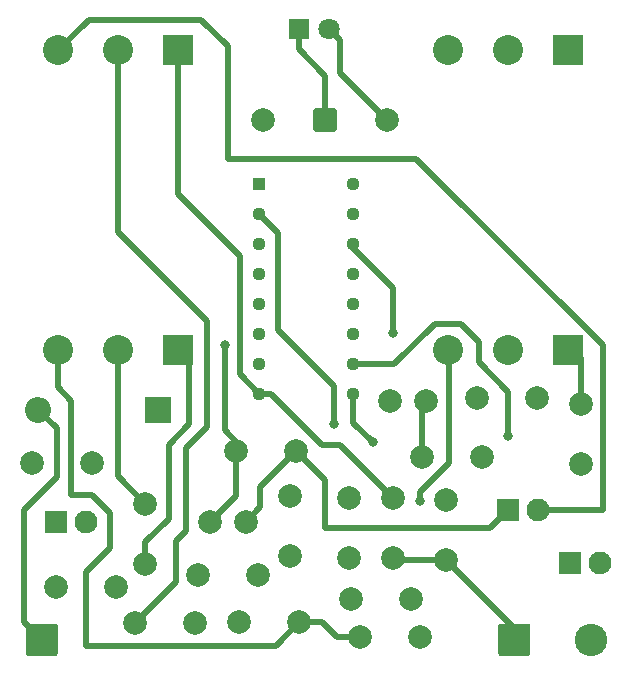
<source format=gbl>
%TF.GenerationSoftware,KiCad,Pcbnew,(5.1.6)-1*%
%TF.CreationDate,2021-04-19T00:14:33-04:00*%
%TF.ProjectId,fafnir-v2,6661666e-6972-42d7-9632-2e6b69636164,rev?*%
%TF.SameCoordinates,Original*%
%TF.FileFunction,Copper,L2,Bot*%
%TF.FilePolarity,Positive*%
%FSLAX46Y46*%
G04 Gerber Fmt 4.6, Leading zero omitted, Abs format (unit mm)*
G04 Created by KiCad (PCBNEW (5.1.6)-1) date 2021-04-19 00:14:33*
%MOMM*%
%LPD*%
G01*
G04 APERTURE LIST*
%TA.AperFunction,ComponentPad*%
%ADD10C,2.540000*%
%TD*%
%TA.AperFunction,ComponentPad*%
%ADD11R,2.540000X2.540000*%
%TD*%
%TA.AperFunction,ComponentPad*%
%ADD12C,2.000000*%
%TD*%
%TA.AperFunction,ComponentPad*%
%ADD13C,1.800000*%
%TD*%
%TA.AperFunction,ComponentPad*%
%ADD14R,1.800000X1.800000*%
%TD*%
%TA.AperFunction,ComponentPad*%
%ADD15C,2.750000*%
%TD*%
%TA.AperFunction,ComponentPad*%
%ADD16R,1.130000X1.130000*%
%TD*%
%TA.AperFunction,ComponentPad*%
%ADD17C,1.130000*%
%TD*%
%TA.AperFunction,ComponentPad*%
%ADD18R,2.200000X2.200000*%
%TD*%
%TA.AperFunction,ComponentPad*%
%ADD19O,2.200000X2.200000*%
%TD*%
%TA.AperFunction,ComponentPad*%
%ADD20R,1.930400X1.930400*%
%TD*%
%TA.AperFunction,ComponentPad*%
%ADD21C,1.930400*%
%TD*%
%TA.AperFunction,ViaPad*%
%ADD22C,0.800000*%
%TD*%
%TA.AperFunction,Conductor*%
%ADD23C,0.550000*%
%TD*%
G04 APERTURE END LIST*
D10*
X59620000Y-52100000D03*
X64700000Y-52100000D03*
D11*
X69780000Y-52100000D03*
D10*
X26620000Y-52100000D03*
X31700000Y-52100000D03*
D11*
X36780000Y-52100000D03*
X69780000Y-77500000D03*
D10*
X64700000Y-77500000D03*
X59620000Y-77500000D03*
X26620000Y-77500000D03*
X31700000Y-77500000D03*
D11*
X36780000Y-77500000D03*
D12*
X44000000Y-58000000D03*
D13*
X49540000Y-50250000D03*
D14*
X47000000Y-50250000D03*
%TA.AperFunction,ComponentPad*%
G36*
G01*
X63875000Y-103124750D02*
X63875000Y-100875250D01*
G75*
G02*
X64125250Y-100625000I250250J0D01*
G01*
X66374750Y-100625000D01*
G75*
G02*
X66625000Y-100875250I0J-250250D01*
G01*
X66625000Y-103124750D01*
G75*
G02*
X66374750Y-103375000I-250250J0D01*
G01*
X64125250Y-103375000D01*
G75*
G02*
X63875000Y-103124750I0J250250D01*
G01*
G37*
%TD.AperFunction*%
%TA.AperFunction,ComponentPad*%
G36*
G01*
X23875000Y-103124750D02*
X23875000Y-100875250D01*
G75*
G02*
X24125250Y-100625000I250250J0D01*
G01*
X26374750Y-100625000D01*
G75*
G02*
X26625000Y-100875250I0J-250250D01*
G01*
X26625000Y-103124750D01*
G75*
G02*
X26374750Y-103375000I-250250J0D01*
G01*
X24125250Y-103375000D01*
G75*
G02*
X23875000Y-103124750I0J250250D01*
G01*
G37*
%TD.AperFunction*%
D15*
X71750000Y-102000000D03*
D12*
X54500000Y-58000000D03*
%TA.AperFunction,ComponentPad*%
G36*
G01*
X50250000Y-57182000D02*
X50250000Y-58818000D01*
G75*
G02*
X50068000Y-59000000I-182000J0D01*
G01*
X48432000Y-59000000D01*
G75*
G02*
X48250000Y-58818000I0J182000D01*
G01*
X48250000Y-57182000D01*
G75*
G02*
X48432000Y-57000000I182000J0D01*
G01*
X50068000Y-57000000D01*
G75*
G02*
X50250000Y-57182000I0J-182000D01*
G01*
G37*
%TD.AperFunction*%
X51300000Y-95040000D03*
X51300000Y-89960000D03*
X52210000Y-101750000D03*
X57290000Y-101750000D03*
X46250000Y-89860000D03*
X46250000Y-94940000D03*
X38200000Y-100600000D03*
X33120000Y-100600000D03*
X55000000Y-89960000D03*
X55000000Y-95040000D03*
X59500000Y-95250000D03*
X59500000Y-90170000D03*
X62120000Y-81500000D03*
X67200000Y-81500000D03*
X24460000Y-87000000D03*
X29540000Y-87000000D03*
X41710000Y-86000000D03*
X46790000Y-86000000D03*
D16*
X43660000Y-63400000D03*
D17*
X43660000Y-65940000D03*
X43660000Y-68480000D03*
X43660000Y-71020000D03*
X43660000Y-73560000D03*
X43660000Y-76100000D03*
X43660000Y-78640000D03*
X43660000Y-81180000D03*
X51600000Y-81180000D03*
X51600000Y-78640000D03*
X51600000Y-76100000D03*
X51600000Y-73560000D03*
X51600000Y-71020000D03*
X51600000Y-68480000D03*
X51600000Y-65940000D03*
X51600000Y-63400000D03*
D18*
X35060000Y-82500000D03*
D19*
X24900000Y-82500000D03*
D20*
X69980000Y-95500000D03*
D21*
X72520000Y-95500000D03*
D12*
X70900000Y-82000000D03*
X70900000Y-87080000D03*
X51460000Y-98500000D03*
X56540000Y-98500000D03*
X47040000Y-100500000D03*
X41960000Y-100500000D03*
X34000000Y-90460000D03*
X34000000Y-95540000D03*
D20*
X64730000Y-91000000D03*
D21*
X67270000Y-91000000D03*
D12*
X57460000Y-86500000D03*
X62540000Y-86500000D03*
X54750000Y-81750000D03*
X57750000Y-81750000D03*
X26460000Y-97500000D03*
X31540000Y-97500000D03*
X38460000Y-96500000D03*
X43540000Y-96500000D03*
D20*
X26480000Y-92000000D03*
D21*
X29020000Y-92000000D03*
D12*
X42500000Y-92000000D03*
X39500000Y-92000000D03*
D22*
X50000000Y-83750000D03*
X57250000Y-90250000D03*
X40750000Y-77000000D03*
X55000000Y-76000000D03*
X64750000Y-84750000D03*
X53250000Y-85250000D03*
D23*
X31000000Y-91250000D02*
X31000000Y-94250000D01*
X29000000Y-102500000D02*
X45040000Y-102500000D01*
X31000000Y-94250000D02*
X29000000Y-96250000D01*
X29500000Y-89750000D02*
X31000000Y-91250000D01*
X29000000Y-96250000D02*
X29000000Y-102500000D01*
X26620000Y-80620000D02*
X27750000Y-81750000D01*
X27750000Y-81750000D02*
X27750000Y-89750000D01*
X45040000Y-102500000D02*
X47040000Y-100500000D01*
X27750000Y-89750000D02*
X29500000Y-89750000D01*
X47040000Y-100500000D02*
X49000000Y-100500000D01*
X50250000Y-101750000D02*
X52210000Y-101750000D01*
X49000000Y-100500000D02*
X50250000Y-101750000D01*
X26620000Y-80620000D02*
X26620000Y-77500000D01*
X31700000Y-88160000D02*
X34000000Y-90460000D01*
X31700000Y-88160000D02*
X31700000Y-77500000D01*
X34000000Y-95540000D02*
X34000000Y-93750000D01*
X34000000Y-93750000D02*
X36000000Y-91750000D01*
X36000000Y-91750000D02*
X36000000Y-85500000D01*
X36000000Y-85500000D02*
X37750000Y-83750000D01*
X37750000Y-78470000D02*
X36780000Y-77500000D01*
X37750000Y-83750000D02*
X37750000Y-78470000D01*
X42500000Y-92000000D02*
X43750000Y-90750000D01*
X43750000Y-89040000D02*
X46790000Y-86000000D01*
X43750000Y-90750000D02*
X43750000Y-89040000D01*
X63230000Y-92500000D02*
X64730000Y-91000000D01*
X49250000Y-92500000D02*
X63230000Y-92500000D01*
X46790000Y-86000000D02*
X49250000Y-88460000D01*
X49250000Y-88460000D02*
X49250000Y-92500000D01*
X50000000Y-83750000D02*
X50000000Y-80500000D01*
X50000000Y-80500000D02*
X45250000Y-75750000D01*
X45250000Y-67530000D02*
X43660000Y-65940000D01*
X45250000Y-75750000D02*
X45250000Y-67530000D01*
X41750000Y-85960000D02*
X41710000Y-86000000D01*
X41710000Y-89790000D02*
X39500000Y-92000000D01*
X41710000Y-86000000D02*
X41710000Y-89790000D01*
X41710000Y-86000000D02*
X41710000Y-85210000D01*
X40750000Y-84250000D02*
X40750000Y-77000000D01*
X41710000Y-85210000D02*
X40750000Y-84250000D01*
X43660000Y-81180000D02*
X42000000Y-79520000D01*
X42000000Y-79520000D02*
X42000000Y-69500000D01*
X36780000Y-64280000D02*
X36780000Y-52100000D01*
X42000000Y-69500000D02*
X36780000Y-64280000D01*
X44680000Y-81180000D02*
X43660000Y-81180000D01*
X55000000Y-89960000D02*
X50540000Y-85500000D01*
X49000000Y-85500000D02*
X44680000Y-81180000D01*
X50540000Y-85500000D02*
X49000000Y-85500000D01*
X57460000Y-82040000D02*
X57500000Y-82000000D01*
X57460000Y-86500000D02*
X57460000Y-82040000D01*
X55000000Y-76000000D02*
X55000000Y-72250000D01*
X51600000Y-68850000D02*
X51600000Y-68480000D01*
X55000000Y-72250000D02*
X51600000Y-68850000D01*
X38750000Y-49500000D02*
X29220000Y-49500000D01*
X41000000Y-51750000D02*
X38750000Y-49500000D01*
X72750000Y-91000000D02*
X72750000Y-77074998D01*
X67270000Y-91000000D02*
X72750000Y-91000000D01*
X72750000Y-77074998D02*
X56925002Y-61250000D01*
X56925002Y-61250000D02*
X41000000Y-61250000D01*
X29220000Y-49500000D02*
X26620000Y-52100000D01*
X41000000Y-61250000D02*
X41000000Y-51750000D01*
X36635001Y-97084999D02*
X36635001Y-93614999D01*
X33120000Y-100600000D02*
X36635001Y-97084999D01*
X36635001Y-93614999D02*
X37500000Y-92750000D01*
X37500000Y-85750000D02*
X39250000Y-84000000D01*
X37500000Y-92750000D02*
X37500000Y-85750000D01*
X39250000Y-84000000D02*
X39250000Y-75000000D01*
X31700000Y-67450000D02*
X31700000Y-52100000D01*
X39250000Y-75000000D02*
X31700000Y-67450000D01*
X57250000Y-90250000D02*
X57250000Y-89500000D01*
X57250000Y-89500000D02*
X59750000Y-87000000D01*
X59750000Y-77630000D02*
X59620000Y-77500000D01*
X59750000Y-87000000D02*
X59750000Y-77630000D01*
X69780000Y-77500000D02*
X70250000Y-77500000D01*
X70900000Y-78150000D02*
X70900000Y-82000000D01*
X70250000Y-77500000D02*
X70900000Y-78150000D01*
X64750000Y-84750000D02*
X64750000Y-81000000D01*
X64750000Y-81000000D02*
X62250000Y-78500000D01*
X62250000Y-78500000D02*
X62250000Y-76750000D01*
X62250000Y-76750000D02*
X60750000Y-75250000D01*
X60750000Y-75250000D02*
X58500000Y-75250000D01*
X55110000Y-78640000D02*
X51600000Y-78640000D01*
X58500000Y-75250000D02*
X55110000Y-78640000D01*
X23750000Y-91000000D02*
X26500000Y-88250000D01*
X26500000Y-88250000D02*
X26500000Y-84100000D01*
X25250000Y-102000000D02*
X23750000Y-100500000D01*
X26500000Y-84100000D02*
X24900000Y-82500000D01*
X23750000Y-100500000D02*
X23750000Y-91000000D01*
X51600000Y-83600000D02*
X51600000Y-81180000D01*
X53250000Y-85250000D02*
X51600000Y-83600000D01*
X65250000Y-101000000D02*
X59500000Y-95250000D01*
X65250000Y-102000000D02*
X65250000Y-101000000D01*
X55210000Y-95250000D02*
X55000000Y-95040000D01*
X59500000Y-95250000D02*
X55210000Y-95250000D01*
X54500000Y-58000000D02*
X50500000Y-54000000D01*
X50500000Y-51210000D02*
X49540000Y-50250000D01*
X50500000Y-54000000D02*
X50500000Y-51210000D01*
X49250000Y-58000000D02*
X49250000Y-54250000D01*
X47000000Y-52000000D02*
X47000000Y-50250000D01*
X49250000Y-54250000D02*
X47000000Y-52000000D01*
M02*

</source>
